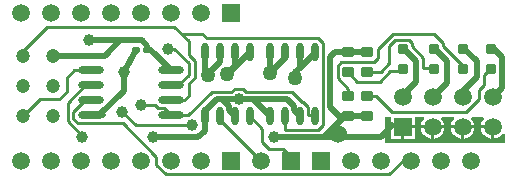
<source format=gtl>
G04 Layer_Physical_Order=1*
G04 Layer_Color=255*
%FSLAX43Y43*%
%MOMM*%
G71*
G01*
G75*
G04:AMPARAMS|DCode=10|XSize=0.5mm|YSize=0.6mm|CornerRadius=0.05mm|HoleSize=0mm|Usage=FLASHONLY|Rotation=90.000|XOffset=0mm|YOffset=0mm|HoleType=Round|Shape=RoundedRectangle|*
%AMROUNDEDRECTD10*
21,1,0.500,0.500,0,0,90.0*
21,1,0.400,0.600,0,0,90.0*
1,1,0.100,0.250,0.200*
1,1,0.100,0.250,-0.200*
1,1,0.100,-0.250,-0.200*
1,1,0.100,-0.250,0.200*
%
%ADD10ROUNDEDRECTD10*%
%ADD11O,0.600X1.600*%
%ADD12O,2.200X0.600*%
G04:AMPARAMS|DCode=13|XSize=0.8mm|YSize=0.8mm|CornerRadius=0.1mm|HoleSize=0mm|Usage=FLASHONLY|Rotation=90.000|XOffset=0mm|YOffset=0mm|HoleType=Round|Shape=RoundedRectangle|*
%AMROUNDEDRECTD13*
21,1,0.800,0.600,0,0,90.0*
21,1,0.600,0.800,0,0,90.0*
1,1,0.200,0.300,0.300*
1,1,0.200,0.300,-0.300*
1,1,0.200,-0.300,-0.300*
1,1,0.200,-0.300,0.300*
%
%ADD13ROUNDEDRECTD13*%
G04:AMPARAMS|DCode=14|XSize=1mm|YSize=0.9mm|CornerRadius=0.113mm|HoleSize=0mm|Usage=FLASHONLY|Rotation=0.000|XOffset=0mm|YOffset=0mm|HoleType=Round|Shape=RoundedRectangle|*
%AMROUNDEDRECTD14*
21,1,1.000,0.675,0,0,0.0*
21,1,0.775,0.900,0,0,0.0*
1,1,0.225,0.388,-0.338*
1,1,0.225,-0.388,-0.338*
1,1,0.225,-0.388,0.338*
1,1,0.225,0.388,0.338*
%
%ADD14ROUNDEDRECTD14*%
%ADD15C,0.254*%
%ADD16C,0.500*%
%ADD17C,1.524*%
%ADD18C,1.200*%
%ADD19C,1.500*%
%ADD20R,1.500X1.500*%
%ADD21C,1.000*%
%ADD22C,1.270*%
G36*
X40506Y5640D02*
X40520Y5572D01*
X40371Y5379D01*
X40271Y5136D01*
X40253Y5000D01*
X41245D01*
Y4875D01*
X41370D01*
Y3883D01*
X41506Y3901D01*
X41749Y4002D01*
X41958Y4162D01*
X42072Y4310D01*
X42250Y4250D01*
Y3500D01*
X32125D01*
Y5750D01*
X32625D01*
Y5000D01*
X34625D01*
Y5741D01*
X35387D01*
X35432Y5563D01*
X35292Y5379D01*
X35191Y5136D01*
X35173Y5000D01*
X37157D01*
X37139Y5136D01*
X37039Y5379D01*
X36898Y5563D01*
X36943Y5741D01*
X37927D01*
X37972Y5563D01*
X37832Y5379D01*
X37731Y5136D01*
X37713Y5000D01*
X39697D01*
X39679Y5136D01*
X39578Y5379D01*
X39430Y5572D01*
X39444Y5640D01*
X39499Y5750D01*
X40451D01*
X40506Y5640D01*
D02*
G37*
%LPC*%
G36*
X36040Y4750D02*
X35173D01*
X35191Y4614D01*
X35292Y4371D01*
X35452Y4162D01*
X35661Y4002D01*
X35904Y3901D01*
X36040Y3883D01*
Y4750D01*
D02*
G37*
G36*
X34625D02*
X33750D01*
Y3875D01*
X34625D01*
Y4750D01*
D02*
G37*
G36*
X33500D02*
X32625D01*
Y3875D01*
X33500D01*
Y4750D01*
D02*
G37*
G36*
X37157D02*
X36290D01*
Y3883D01*
X36426Y3901D01*
X36669Y4002D01*
X36878Y4162D01*
X37039Y4371D01*
X37139Y4614D01*
X37157Y4750D01*
D02*
G37*
G36*
X41120D02*
X40253D01*
X40271Y4614D01*
X40371Y4371D01*
X40532Y4162D01*
X40741Y4002D01*
X40984Y3901D01*
X41120Y3883D01*
Y4750D01*
D02*
G37*
G36*
X39697D02*
X38830D01*
Y3883D01*
X38966Y3901D01*
X39209Y4002D01*
X39418Y4162D01*
X39578Y4371D01*
X39679Y4614D01*
X39697Y4750D01*
D02*
G37*
G36*
X38580D02*
X37713D01*
X37731Y4614D01*
X37832Y4371D01*
X37992Y4162D01*
X38201Y4002D01*
X38444Y3901D01*
X38580Y3883D01*
Y4750D01*
D02*
G37*
%LPD*%
D10*
X12000Y11375D02*
D03*
X11000D02*
D03*
D11*
X20655Y11200D02*
D03*
X19385D02*
D03*
X18115D02*
D03*
X16845D02*
D03*
X20655Y5800D02*
D03*
X19385D02*
D03*
X18115D02*
D03*
X16845D02*
D03*
X22345D02*
D03*
X23615D02*
D03*
X24885D02*
D03*
X26155D02*
D03*
X22345Y11200D02*
D03*
X23615D02*
D03*
X24885D02*
D03*
X26155D02*
D03*
D12*
X7225Y9655D02*
D03*
Y8385D02*
D03*
Y7115D02*
D03*
Y5845D02*
D03*
X14025Y9655D02*
D03*
Y8385D02*
D03*
Y7115D02*
D03*
Y5845D02*
D03*
D13*
X33625Y11475D02*
D03*
Y9775D02*
D03*
X36250Y11475D02*
D03*
Y9775D02*
D03*
X38750D02*
D03*
Y11475D02*
D03*
X41125Y9775D02*
D03*
Y11475D02*
D03*
D14*
X29000Y11225D02*
D03*
Y9525D02*
D03*
X30625Y11225D02*
D03*
Y9525D02*
D03*
X29000Y7475D02*
D03*
Y5775D02*
D03*
X30625Y7475D02*
D03*
Y5775D02*
D03*
D15*
X24605Y4623D02*
X26435D01*
X24601Y4627D02*
X24605Y4623D01*
X26435D02*
X26832Y5020D01*
X23688Y4627D02*
X24601D01*
X6738Y8385D02*
X7225D01*
X5244Y6891D02*
X6738Y8385D01*
X15504Y10959D02*
Y12121D01*
Y10959D02*
X16006Y10457D01*
Y9043D02*
Y10457D01*
X15502Y9252D02*
Y10248D01*
X14250Y11500D02*
X15502Y10248D01*
X14252Y13373D02*
X15504Y12121D01*
X15520Y8557D02*
X16006Y9043D01*
X15520Y7500D02*
Y8557D01*
X14635Y8385D02*
X15502Y9252D01*
X9826Y6180D02*
X11006Y5000D01*
X11500Y6750D02*
X12633D01*
X12945Y6438D02*
X13432D01*
X12633Y6750D02*
X12945Y6438D01*
X13432D02*
X14025Y5845D01*
X6145Y5168D02*
X9906D01*
X5748Y5565D02*
X6145Y5168D01*
X11006Y5000D02*
X15750D01*
X15387Y5877D02*
X15465D01*
X17442Y7854D01*
X15355Y5845D02*
X15387Y5877D01*
X17442Y7854D02*
X19114D01*
X14025Y5845D02*
X15355D01*
X4329Y13375D02*
X5931D01*
X4327Y13373D02*
X4329Y13375D01*
X3498Y13373D02*
X4327D01*
X1375Y11250D02*
X3498Y13373D01*
X9409Y13375D02*
X11011D01*
X9407Y13373D02*
X9409Y13375D01*
X8473Y13373D02*
X9407D01*
X8471Y13375D02*
X8473Y13373D01*
X6869Y13375D02*
X8471D01*
X11949D02*
X13551D01*
X11947Y13373D02*
X11949Y13375D01*
X11013Y13373D02*
X11947D01*
X11011Y13375D02*
X11013Y13373D01*
X6867D02*
X6869Y13375D01*
X5933Y13373D02*
X6867D01*
X5931Y13375D02*
X5933Y13373D01*
X13553D02*
X14252D01*
X13551Y13375D02*
X13553Y13373D01*
X1375Y10875D02*
Y11250D01*
X1500Y5795D02*
X2913Y7208D01*
X4507D01*
X5821Y9655D02*
X7225D01*
X40502Y9277D02*
X41125Y9900D01*
X40502Y8391D02*
Y9277D01*
X40118Y8007D02*
X40502Y8391D01*
X38236Y6125D02*
X38238Y6127D01*
X32750Y6125D02*
X38236D01*
X35377Y9900D02*
X36250D01*
X28958Y9525D02*
X29785Y8698D01*
X39011Y6127D02*
X40118Y7234D01*
X38238Y6127D02*
X39011D01*
X40118Y7234D02*
Y8007D01*
X30375Y7475D02*
X31400D01*
X33350Y9625D02*
X33625Y9900D01*
X20655Y5800D02*
X21738Y4717D01*
Y3581D02*
Y4717D01*
Y3581D02*
X22331Y2988D01*
X23467D01*
X24125Y2330D01*
Y2000D02*
Y2330D01*
X18115Y5470D02*
Y5800D01*
Y5470D02*
X21585Y2000D01*
X14025Y8385D02*
X14635D01*
X15135Y7115D02*
X15520Y7500D01*
X14025Y7115D02*
X15135D01*
X26110Y5845D02*
X26155Y5800D01*
X25562Y5845D02*
X26110D01*
X19114Y7854D02*
X19387Y8127D01*
X20113D01*
X20386Y7854D01*
X24214D01*
X25092Y6977D01*
X25165D01*
X26435Y12377D02*
X26832Y11980D01*
X17038Y12377D02*
X26435D01*
X16663Y12752D02*
X17038Y12377D01*
X14873Y12752D02*
X16663D01*
X23688Y4627D02*
Y5727D01*
X6500Y4000D02*
Y4094D01*
X13750Y11500D02*
X14250D01*
X31400Y7475D02*
X32750Y6125D01*
X33002Y12252D02*
X33025D01*
X33076Y12201D01*
X33127Y12252D01*
X34123D01*
X34402Y11973D01*
Y11710D02*
Y11973D01*
Y11710D02*
X35377Y10735D01*
Y9900D02*
Y10735D01*
X5167Y9001D02*
X5821Y9655D01*
X4507Y7208D02*
X5167Y7868D01*
Y9001D01*
X6738Y7115D02*
X7225D01*
X5244Y5350D02*
X6500Y4094D01*
X5244Y5350D02*
Y6891D01*
X5748Y6125D02*
X6738Y7115D01*
X5748Y5565D02*
Y6125D01*
X32500Y11750D02*
X33002Y12252D01*
X30375Y9525D02*
X31775D01*
X32500Y10250D01*
Y11750D01*
X31661Y8698D02*
X32588Y9625D01*
X33350D01*
X29785Y8698D02*
X31661D01*
X38750Y9775D02*
Y10000D01*
X37027Y11723D02*
X38750Y10000D01*
X37027Y11723D02*
Y11973D01*
X36244Y12756D02*
X37027Y11973D01*
X32794Y12756D02*
X36244D01*
X31502Y11464D02*
X32794Y12756D01*
X31502Y10685D02*
Y11464D01*
X31169Y10352D02*
X31502Y10685D01*
X28410Y10352D02*
X31169D01*
X29000Y7475D02*
Y8108D01*
X28123Y10065D02*
X28410Y10352D01*
X28123Y8985D02*
Y10065D01*
Y8985D02*
X29000Y8108D01*
X25562Y5845D02*
Y6580D01*
X25165Y6977D02*
X25562Y6580D01*
X26832Y5020D02*
Y11980D01*
X13553Y873D02*
X32498D01*
X33625Y2000D01*
X34245D01*
X12750Y1676D02*
X13553Y873D01*
X12750Y1676D02*
Y2324D01*
X9906Y5168D02*
X12750Y2324D01*
D16*
X10000Y7959D02*
Y9500D01*
X7886Y5845D02*
X10000Y7959D01*
Y9500D02*
X11000Y11375D01*
X16875Y4552D02*
Y6191D01*
X16323Y4000D02*
X16875Y4552D01*
X7037Y12213D02*
X9713D01*
X8375Y10875D02*
X9713Y12213D01*
X11515D01*
X3915Y10875D02*
X8375D01*
X11515Y12213D02*
X12000Y11728D01*
X12500Y4000D02*
X16323D01*
X12512Y3988D02*
X12517D01*
X12500Y4000D02*
X12512Y3988D01*
X7225Y5845D02*
X8220D01*
X7225D02*
X7886D01*
X12000Y11500D02*
Y11728D01*
X24415Y6270D02*
X24885Y5800D01*
X20917Y7227D02*
X22345Y5800D01*
X28250Y5775D02*
X30375D01*
X33625Y11600D02*
X34750Y10475D01*
X37375Y8625D02*
Y10475D01*
X36250Y11600D02*
X37375Y10475D01*
X39875Y9125D02*
Y10475D01*
X38750Y11600D02*
X39875Y10475D01*
X27850Y11225D02*
X30375D01*
X34750Y8665D02*
Y10475D01*
X33625Y7540D02*
X34750Y8665D01*
X33625Y7415D02*
Y7540D01*
X36165Y7415D02*
X37375Y8625D01*
X38705Y7955D02*
X39875Y9125D01*
X38705Y7415D02*
Y7955D01*
X42025Y8195D02*
Y10825D01*
X41245Y7415D02*
X42025Y8195D01*
X41250Y11600D02*
X42025Y10825D01*
X18319Y7227D02*
X20917D01*
X20655Y10970D02*
Y11200D01*
X18319Y7227D02*
X18915Y6631D01*
Y6270D02*
Y6631D01*
Y6270D02*
X19385Y5800D01*
X16875Y6191D02*
X17911Y7227D01*
X18319D01*
X16845Y9280D02*
Y11200D01*
X17125Y9355D02*
X18115Y10345D01*
Y11200D01*
X19385Y10010D02*
Y11200D01*
X18830Y9375D02*
X20655Y11200D01*
X17125Y9250D02*
Y9355D01*
X18750Y9375D02*
X18830D01*
X18750D02*
X19385Y10010D01*
X22345Y9405D02*
Y11200D01*
X24885Y9885D02*
Y11200D01*
X24500Y9500D02*
X24885Y9885D01*
X24500Y9000D02*
Y9500D01*
X26155Y11155D02*
Y11200D01*
X24885Y9885D02*
X26155Y11155D01*
X20917Y7227D02*
X23819D01*
X24415Y6631D01*
Y6270D02*
Y6631D01*
X13990Y9655D02*
X14025D01*
X27000Y4000D02*
X28513Y5512D01*
X27000Y4000D02*
X31750D01*
X32750Y5000D01*
X22750Y4000D02*
X24341D01*
X24345Y3996D01*
X27000D01*
X12000Y11500D02*
X12180D01*
X12615Y11065D01*
Y11030D02*
Y11065D01*
Y11030D02*
X13990Y9655D01*
X27459Y6566D02*
Y10834D01*
X27850Y11225D01*
X27459Y6566D02*
X28513Y5512D01*
X22345Y9405D02*
X23615Y10675D01*
Y11200D01*
D17*
X28135Y4250D02*
D03*
D18*
X4040Y5795D02*
D03*
X1500D02*
D03*
X4040Y8335D02*
D03*
X1500D02*
D03*
X4040Y10875D02*
D03*
X1500D02*
D03*
D19*
X21640Y2000D02*
D03*
X16560Y14500D02*
D03*
X14020D02*
D03*
X11480D02*
D03*
X8940D02*
D03*
X6400D02*
D03*
X3860D02*
D03*
X1320D02*
D03*
X16560Y2000D02*
D03*
X14020D02*
D03*
X11480D02*
D03*
X8940D02*
D03*
X6400D02*
D03*
X3860D02*
D03*
X1320D02*
D03*
X33625Y7415D02*
D03*
X36165Y4875D02*
D03*
Y7415D02*
D03*
X38705Y4875D02*
D03*
Y7415D02*
D03*
X41245Y4875D02*
D03*
Y7415D02*
D03*
X39420Y2000D02*
D03*
X36880D02*
D03*
X34340D02*
D03*
X31800D02*
D03*
X29260D02*
D03*
D20*
X24180D02*
D03*
X19100Y14500D02*
D03*
Y2000D02*
D03*
X33625Y4875D02*
D03*
X26720Y2000D02*
D03*
D21*
X10000Y9500D02*
D03*
X11500Y6750D02*
D03*
X9826Y6180D02*
D03*
X15750Y5000D02*
D03*
X7037Y12213D02*
D03*
X12517Y3988D02*
D03*
X22750Y4000D02*
D03*
X19750Y7250D02*
D03*
X6500Y4000D02*
D03*
X13750Y11500D02*
D03*
D22*
X17125Y9250D02*
D03*
X18750Y9375D02*
D03*
X22345Y9405D02*
D03*
X24500Y9000D02*
D03*
M02*

</source>
